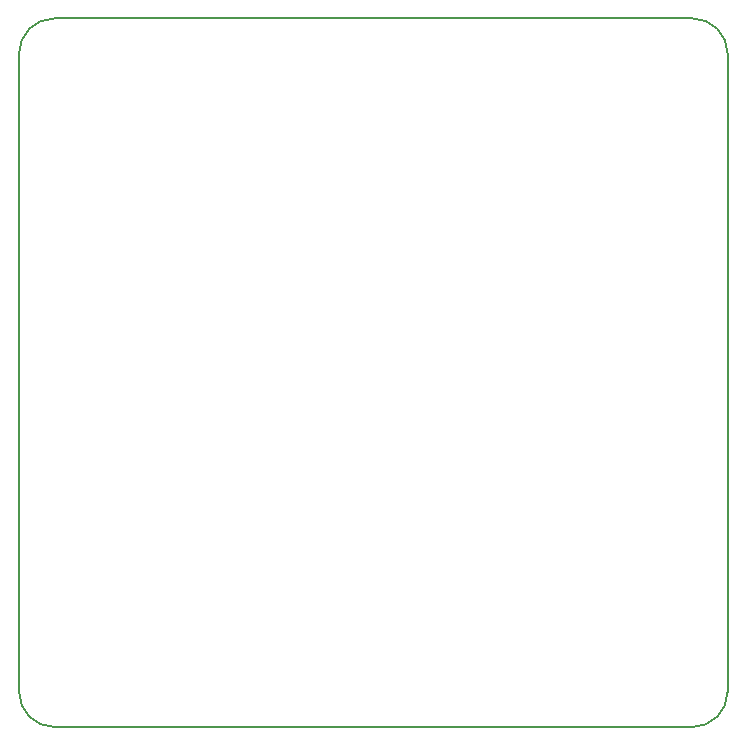
<source format=gbr>
%TF.GenerationSoftware,KiCad,Pcbnew,(5.0.1-3-g963ef8bb5)*%
%TF.CreationDate,2020-02-23T21:28:54+01:00*%
%TF.ProjectId,ethersweep,657468657273776565702E6B69636164,rev?*%
%TF.SameCoordinates,Original*%
%TF.FileFunction,Other,ECO2*%
%FSLAX46Y46*%
G04 Gerber Fmt 4.6, Leading zero omitted, Abs format (unit mm)*
G04 Created by KiCad (PCBNEW (5.0.1-3-g963ef8bb5)) date 2020 February 23, Sunday 21:28:54*
%MOMM*%
%LPD*%
G01*
G04 APERTURE LIST*
%ADD10C,0.150000*%
%ADD11C,0.200000*%
G04 APERTURE END LIST*
D10*
X84500000Y-72500000D02*
G75*
G02X87500000Y-69500000I3000000J0D01*
G01*
X87500000Y-129500000D02*
G75*
G02X84500000Y-126500000I0J3000000D01*
G01*
X144500000Y-126500000D02*
G75*
G02X141500000Y-129500000I-3000000J0D01*
G01*
X141500000Y-69500000D02*
G75*
G02X144500000Y-72500000I0J-3000000D01*
G01*
D11*
X84500000Y-126500000D02*
X84500000Y-72500000D01*
X141500000Y-129500000D02*
X87500000Y-129500000D01*
X144500000Y-72500000D02*
X144500000Y-126500000D01*
X87500000Y-69500000D02*
X141500000Y-69500000D01*
M02*

</source>
